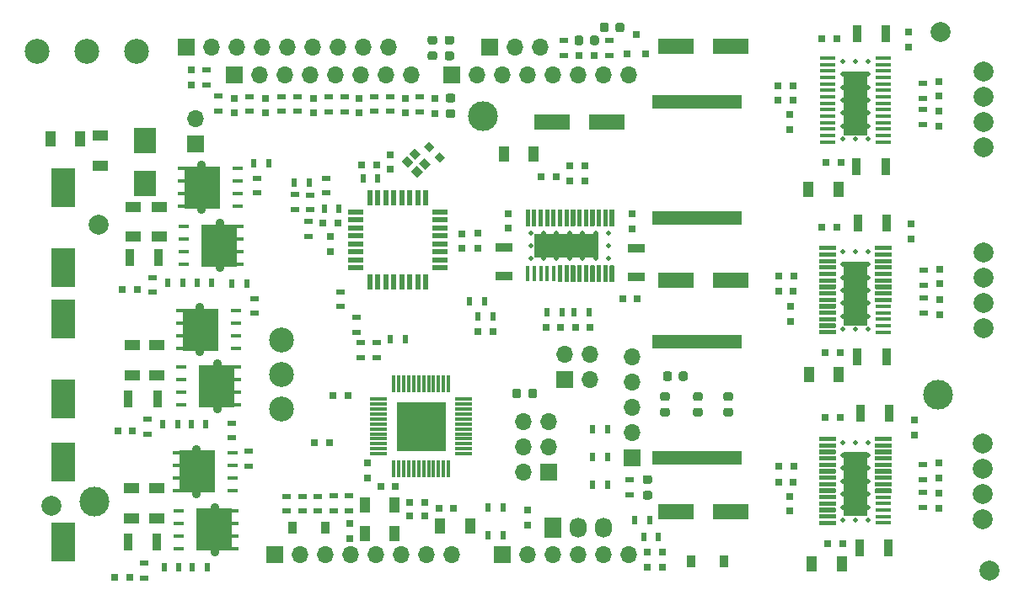
<source format=gts>
G04 #@! TF.GenerationSoftware,KiCad,Pcbnew,(5.1.9-0-10_14)*
G04 #@! TF.CreationDate,2021-05-28T13:58:57-04:00*
G04 #@! TF.ProjectId,GrBLDC,4772424c-4443-42e6-9b69-6361645f7063,rev?*
G04 #@! TF.SameCoordinates,PX5a7646cPY8128a60*
G04 #@! TF.FileFunction,Soldermask,Top*
G04 #@! TF.FilePolarity,Negative*
%FSLAX46Y46*%
G04 Gerber Fmt 4.6, Leading zero omitted, Abs format (unit mm)*
G04 Created by KiCad (PCBNEW (5.1.9-0-10_14)) date 2021-05-28 13:58:57*
%MOMM*%
%LPD*%
G01*
G04 APERTURE LIST*
%ADD10C,2.000000*%
%ADD11C,0.500000*%
%ADD12R,1.600000X0.300000*%
%ADD13R,2.400000X6.460000*%
%ADD14R,0.750000X0.800000*%
%ADD15R,9.000000X1.400000*%
%ADD16R,1.600000X1.000000*%
%ADD17R,0.800000X0.750000*%
%ADD18R,1.000000X1.600000*%
%ADD19R,2.400300X4.000500*%
%ADD20R,0.500000X0.900000*%
%ADD21R,0.900000X0.500000*%
%ADD22R,0.300000X1.600000*%
%ADD23R,6.460000X2.400000*%
%ADD24C,0.889000*%
%ADD25R,1.080000X0.450000*%
%ADD26R,0.650000X0.450000*%
%ADD27R,3.540000X4.260000*%
%ADD28R,0.900000X1.700000*%
%ADD29R,3.599180X1.600200*%
%ADD30C,2.500000*%
%ADD31R,1.727200X2.032000*%
%ADD32O,1.727200X2.032000*%
%ADD33R,1.600000X0.550000*%
%ADD34R,0.550000X1.600000*%
%ADD35C,0.150000*%
%ADD36R,0.800100X0.800100*%
%ADD37R,1.700000X0.900000*%
%ADD38O,1.700000X1.700000*%
%ADD39R,1.700000X1.700000*%
%ADD40R,0.300000X1.700000*%
%ADD41R,1.700000X0.300000*%
%ADD42R,5.000000X5.000000*%
%ADD43R,0.900000X1.200000*%
%ADD44R,2.300000X2.500000*%
%ADD45C,3.000000*%
G04 APERTURE END LIST*
D10*
X99400000Y2325000D03*
X5200000Y8800000D03*
X9900000Y37050000D03*
X94500000Y56475000D03*
D11*
X84630900Y26575200D03*
X85930900Y26575200D03*
X84630900Y27875200D03*
X87230900Y27875200D03*
X85930900Y27875200D03*
X84630900Y29175200D03*
X87230900Y29175200D03*
X85930900Y29175200D03*
X87230900Y34375200D03*
X84630900Y34375200D03*
X85930900Y34375200D03*
X87230900Y33075200D03*
X84630900Y33075200D03*
X85930900Y33075200D03*
X84630900Y31775200D03*
X87230900Y31775200D03*
X85930900Y31775200D03*
X84630900Y30475200D03*
X87230900Y30475200D03*
X87230900Y26575200D03*
X85930900Y30475200D03*
G36*
G01*
X89530900Y29955200D02*
X87930900Y29955200D01*
G75*
G02*
X87860900Y30025200I0J70000D01*
G01*
X87860900Y30325200D01*
G75*
G02*
X87930900Y30395200I70000J0D01*
G01*
X89530900Y30395200D01*
G75*
G02*
X89600900Y30325200I0J-70000D01*
G01*
X89600900Y30025200D01*
G75*
G02*
X89530900Y29955200I-70000J0D01*
G01*
G37*
G36*
G01*
X89530900Y30605200D02*
X87930900Y30605200D01*
G75*
G02*
X87860900Y30675200I0J70000D01*
G01*
X87860900Y30975200D01*
G75*
G02*
X87930900Y31045200I70000J0D01*
G01*
X89530900Y31045200D01*
G75*
G02*
X89600900Y30975200I0J-70000D01*
G01*
X89600900Y30675200D01*
G75*
G02*
X89530900Y30605200I-70000J0D01*
G01*
G37*
G36*
G01*
X89530900Y31255200D02*
X87930900Y31255200D01*
G75*
G02*
X87860900Y31325200I0J70000D01*
G01*
X87860900Y31625200D01*
G75*
G02*
X87930900Y31695200I70000J0D01*
G01*
X89530900Y31695200D01*
G75*
G02*
X89600900Y31625200I0J-70000D01*
G01*
X89600900Y31325200D01*
G75*
G02*
X89530900Y31255200I-70000J0D01*
G01*
G37*
G36*
G01*
X89530900Y31905200D02*
X87930900Y31905200D01*
G75*
G02*
X87860900Y31975200I0J70000D01*
G01*
X87860900Y32275200D01*
G75*
G02*
X87930900Y32345200I70000J0D01*
G01*
X89530900Y32345200D01*
G75*
G02*
X89600900Y32275200I0J-70000D01*
G01*
X89600900Y31975200D01*
G75*
G02*
X89530900Y31905200I-70000J0D01*
G01*
G37*
G36*
G01*
X83930900Y28005200D02*
X82330900Y28005200D01*
G75*
G02*
X82260900Y28075200I0J70000D01*
G01*
X82260900Y28375200D01*
G75*
G02*
X82330900Y28445200I70000J0D01*
G01*
X83930900Y28445200D01*
G75*
G02*
X84000900Y28375200I0J-70000D01*
G01*
X84000900Y28075200D01*
G75*
G02*
X83930900Y28005200I-70000J0D01*
G01*
G37*
D12*
X88730900Y28225200D03*
X88730900Y28875200D03*
G36*
G01*
X89530900Y29305200D02*
X87930900Y29305200D01*
G75*
G02*
X87860900Y29375200I0J70000D01*
G01*
X87860900Y29675200D01*
G75*
G02*
X87930900Y29745200I70000J0D01*
G01*
X89530900Y29745200D01*
G75*
G02*
X89600900Y29675200I0J-70000D01*
G01*
X89600900Y29375200D01*
G75*
G02*
X89530900Y29305200I-70000J0D01*
G01*
G37*
G36*
G01*
X83930900Y32555200D02*
X82330900Y32555200D01*
G75*
G02*
X82260900Y32625200I0J70000D01*
G01*
X82260900Y32925200D01*
G75*
G02*
X82330900Y32995200I70000J0D01*
G01*
X83930900Y32995200D01*
G75*
G02*
X84000900Y32925200I0J-70000D01*
G01*
X84000900Y32625200D01*
G75*
G02*
X83930900Y32555200I-70000J0D01*
G01*
G37*
G36*
G01*
X83930900Y31905200D02*
X82330900Y31905200D01*
G75*
G02*
X82260900Y31975200I0J70000D01*
G01*
X82260900Y32275200D01*
G75*
G02*
X82330900Y32345200I70000J0D01*
G01*
X83930900Y32345200D01*
G75*
G02*
X84000900Y32275200I0J-70000D01*
G01*
X84000900Y31975200D01*
G75*
G02*
X83930900Y31905200I-70000J0D01*
G01*
G37*
G36*
G01*
X83930900Y31255200D02*
X82330900Y31255200D01*
G75*
G02*
X82260900Y31325200I0J70000D01*
G01*
X82260900Y31625200D01*
G75*
G02*
X82330900Y31695200I70000J0D01*
G01*
X83930900Y31695200D01*
G75*
G02*
X84000900Y31625200I0J-70000D01*
G01*
X84000900Y31325200D01*
G75*
G02*
X83930900Y31255200I-70000J0D01*
G01*
G37*
G36*
G01*
X83930900Y30605200D02*
X82330900Y30605200D01*
G75*
G02*
X82260900Y30675200I0J70000D01*
G01*
X82260900Y30975200D01*
G75*
G02*
X82330900Y31045200I70000J0D01*
G01*
X83930900Y31045200D01*
G75*
G02*
X84000900Y30975200I0J-70000D01*
G01*
X84000900Y30675200D01*
G75*
G02*
X83930900Y30605200I-70000J0D01*
G01*
G37*
G36*
G01*
X83930900Y29955200D02*
X82330900Y29955200D01*
G75*
G02*
X82260900Y30025200I0J70000D01*
G01*
X82260900Y30325200D01*
G75*
G02*
X82330900Y30395200I70000J0D01*
G01*
X83930900Y30395200D01*
G75*
G02*
X84000900Y30325200I0J-70000D01*
G01*
X84000900Y30025200D01*
G75*
G02*
X83930900Y29955200I-70000J0D01*
G01*
G37*
G36*
G01*
X83930900Y29305200D02*
X82330900Y29305200D01*
G75*
G02*
X82260900Y29375200I0J70000D01*
G01*
X82260900Y29675200D01*
G75*
G02*
X82330900Y29745200I70000J0D01*
G01*
X83930900Y29745200D01*
G75*
G02*
X84000900Y29675200I0J-70000D01*
G01*
X84000900Y29375200D01*
G75*
G02*
X83930900Y29305200I-70000J0D01*
G01*
G37*
G36*
G01*
X89530900Y32555200D02*
X87930900Y32555200D01*
G75*
G02*
X87860900Y32625200I0J70000D01*
G01*
X87860900Y32925200D01*
G75*
G02*
X87930900Y32995200I70000J0D01*
G01*
X89530900Y32995200D01*
G75*
G02*
X89600900Y32925200I0J-70000D01*
G01*
X89600900Y32625200D01*
G75*
G02*
X89530900Y32555200I-70000J0D01*
G01*
G37*
G36*
G01*
X83930900Y28655200D02*
X82330900Y28655200D01*
G75*
G02*
X82260900Y28725200I0J70000D01*
G01*
X82260900Y29025200D01*
G75*
G02*
X82330900Y29095200I70000J0D01*
G01*
X83930900Y29095200D01*
G75*
G02*
X84000900Y29025200I0J-70000D01*
G01*
X84000900Y28725200D01*
G75*
G02*
X83930900Y28655200I-70000J0D01*
G01*
G37*
X88730900Y27575200D03*
G36*
G01*
X89530900Y33205200D02*
X87930900Y33205200D01*
G75*
G02*
X87860900Y33275200I0J70000D01*
G01*
X87860900Y33575200D01*
G75*
G02*
X87930900Y33645200I70000J0D01*
G01*
X89530900Y33645200D01*
G75*
G02*
X89600900Y33575200I0J-70000D01*
G01*
X89600900Y33275200D01*
G75*
G02*
X89530900Y33205200I-70000J0D01*
G01*
G37*
G36*
G01*
X83930900Y33205200D02*
X82330900Y33205200D01*
G75*
G02*
X82260900Y33275200I0J70000D01*
G01*
X82260900Y33575200D01*
G75*
G02*
X82330900Y33645200I70000J0D01*
G01*
X83930900Y33645200D01*
G75*
G02*
X84000900Y33575200I0J-70000D01*
G01*
X84000900Y33275200D01*
G75*
G02*
X83930900Y33205200I-70000J0D01*
G01*
G37*
G36*
G01*
X83930900Y27355200D02*
X82330900Y27355200D01*
G75*
G02*
X82260900Y27425200I0J70000D01*
G01*
X82260900Y27725200D01*
G75*
G02*
X82330900Y27795200I70000J0D01*
G01*
X83930900Y27795200D01*
G75*
G02*
X84000900Y27725200I0J-70000D01*
G01*
X84000900Y27425200D01*
G75*
G02*
X83930900Y27355200I-70000J0D01*
G01*
G37*
X88730900Y26925200D03*
G36*
G01*
X89530900Y33855200D02*
X87930900Y33855200D01*
G75*
G02*
X87860900Y33925200I0J70000D01*
G01*
X87860900Y34225200D01*
G75*
G02*
X87930900Y34295200I70000J0D01*
G01*
X89530900Y34295200D01*
G75*
G02*
X89600900Y34225200I0J-70000D01*
G01*
X89600900Y33925200D01*
G75*
G02*
X89530900Y33855200I-70000J0D01*
G01*
G37*
G36*
G01*
X83930900Y33855200D02*
X82330900Y33855200D01*
G75*
G02*
X82260900Y33925200I0J70000D01*
G01*
X82260900Y34225200D01*
G75*
G02*
X82330900Y34295200I70000J0D01*
G01*
X83930900Y34295200D01*
G75*
G02*
X84000900Y34225200I0J-70000D01*
G01*
X84000900Y33925200D01*
G75*
G02*
X83930900Y33855200I-70000J0D01*
G01*
G37*
G36*
G01*
X83930900Y26705200D02*
X82330900Y26705200D01*
G75*
G02*
X82260900Y26775200I0J70000D01*
G01*
X82260900Y27075200D01*
G75*
G02*
X82330900Y27145200I70000J0D01*
G01*
X83930900Y27145200D01*
G75*
G02*
X84000900Y27075200I0J-70000D01*
G01*
X84000900Y26775200D01*
G75*
G02*
X83930900Y26705200I-70000J0D01*
G01*
G37*
X88730900Y26275200D03*
G36*
G01*
X89530900Y34505200D02*
X87930900Y34505200D01*
G75*
G02*
X87860900Y34575200I0J70000D01*
G01*
X87860900Y34875200D01*
G75*
G02*
X87930900Y34945200I70000J0D01*
G01*
X89530900Y34945200D01*
G75*
G02*
X89600900Y34875200I0J-70000D01*
G01*
X89600900Y34575200D01*
G75*
G02*
X89530900Y34505200I-70000J0D01*
G01*
G37*
G36*
G01*
X83930900Y34505200D02*
X82330900Y34505200D01*
G75*
G02*
X82260900Y34575200I0J70000D01*
G01*
X82260900Y34875200D01*
G75*
G02*
X82330900Y34945200I70000J0D01*
G01*
X83930900Y34945200D01*
G75*
G02*
X84000900Y34875200I0J-70000D01*
G01*
X84000900Y34575200D01*
G75*
G02*
X83930900Y34505200I-70000J0D01*
G01*
G37*
G36*
G01*
X83930900Y26055200D02*
X82330900Y26055200D01*
G75*
G02*
X82260900Y26125200I0J70000D01*
G01*
X82260900Y26425200D01*
G75*
G02*
X82330900Y26495200I70000J0D01*
G01*
X83930900Y26495200D01*
G75*
G02*
X84000900Y26425200I0J-70000D01*
G01*
X84000900Y26125200D01*
G75*
G02*
X83930900Y26055200I-70000J0D01*
G01*
G37*
D13*
X85930900Y30175200D03*
D14*
X43688000Y49797400D03*
X43688000Y48297400D03*
D15*
X69976500Y25349500D03*
X69976500Y13639500D03*
D14*
X53030000Y8360000D03*
X53030000Y6860000D03*
G36*
G01*
X73408250Y19355500D02*
X72895750Y19355500D01*
G75*
G02*
X72677000Y19574250I0J218750D01*
G01*
X72677000Y20011750D01*
G75*
G02*
X72895750Y20230500I218750J0D01*
G01*
X73408250Y20230500D01*
G75*
G02*
X73627000Y20011750I0J-218750D01*
G01*
X73627000Y19574250D01*
G75*
G02*
X73408250Y19355500I-218750J0D01*
G01*
G37*
G36*
G01*
X73408250Y17780500D02*
X72895750Y17780500D01*
G75*
G02*
X72677000Y17999250I0J218750D01*
G01*
X72677000Y18436750D01*
G75*
G02*
X72895750Y18655500I218750J0D01*
G01*
X73408250Y18655500D01*
G75*
G02*
X73627000Y18436750I0J-218750D01*
G01*
X73627000Y17999250D01*
G75*
G02*
X73408250Y17780500I-218750J0D01*
G01*
G37*
G36*
G01*
X70360250Y19348000D02*
X69847750Y19348000D01*
G75*
G02*
X69629000Y19566750I0J218750D01*
G01*
X69629000Y20004250D01*
G75*
G02*
X69847750Y20223000I218750J0D01*
G01*
X70360250Y20223000D01*
G75*
G02*
X70579000Y20004250I0J-218750D01*
G01*
X70579000Y19566750D01*
G75*
G02*
X70360250Y19348000I-218750J0D01*
G01*
G37*
G36*
G01*
X70360250Y17773000D02*
X69847750Y17773000D01*
G75*
G02*
X69629000Y17991750I0J218750D01*
G01*
X69629000Y18429250D01*
G75*
G02*
X69847750Y18648000I218750J0D01*
G01*
X70360250Y18648000D01*
G75*
G02*
X70579000Y18429250I0J-218750D01*
G01*
X70579000Y17991750D01*
G75*
G02*
X70360250Y17773000I-218750J0D01*
G01*
G37*
G36*
G01*
X67058250Y17780500D02*
X66545750Y17780500D01*
G75*
G02*
X66327000Y17999250I0J218750D01*
G01*
X66327000Y18436750D01*
G75*
G02*
X66545750Y18655500I218750J0D01*
G01*
X67058250Y18655500D01*
G75*
G02*
X67277000Y18436750I0J-218750D01*
G01*
X67277000Y17999250D01*
G75*
G02*
X67058250Y17780500I-218750J0D01*
G01*
G37*
G36*
G01*
X67058250Y19355500D02*
X66545750Y19355500D01*
G75*
G02*
X66327000Y19574250I0J218750D01*
G01*
X66327000Y20011750D01*
G75*
G02*
X66545750Y20230500I218750J0D01*
G01*
X67058250Y20230500D01*
G75*
G02*
X67277000Y20011750I0J-218750D01*
G01*
X67277000Y19574250D01*
G75*
G02*
X67058250Y19355500I-218750J0D01*
G01*
G37*
X35110000Y5540000D03*
X35110000Y7040000D03*
D16*
X13271500Y24969600D03*
X13271500Y21969600D03*
D17*
X41160000Y7747000D03*
X42660000Y7747000D03*
X49500000Y26340000D03*
X48000000Y26340000D03*
D14*
X91300300Y54952200D03*
X91300300Y56452200D03*
X91528900Y35660900D03*
X91528900Y37160900D03*
X91871800Y15912400D03*
X91871800Y17412400D03*
D17*
X62539180Y29654500D03*
X64039180Y29654500D03*
D14*
X94315280Y46999460D03*
X94315280Y48499460D03*
X94404180Y28053600D03*
X94404180Y29553600D03*
X94338140Y8541320D03*
X94338140Y10041320D03*
D17*
X54830280Y26771600D03*
X56330280Y26771600D03*
D14*
X94315280Y51496660D03*
X94315280Y49996660D03*
X94378780Y32627000D03*
X94378780Y31127000D03*
X94338140Y13102020D03*
X94338140Y11602020D03*
D17*
X59302080Y26771600D03*
X57802080Y26771600D03*
X79629700Y51041300D03*
X78129700Y51041300D03*
X79713520Y31884620D03*
X78213520Y31884620D03*
X79721140Y12786360D03*
X78221140Y12786360D03*
D14*
X58717180Y41477500D03*
X58717180Y42977500D03*
D17*
X79642400Y49618900D03*
X78142400Y49618900D03*
D14*
X79324200Y48184500D03*
X79324200Y46684500D03*
D17*
X79700820Y30360620D03*
X78200820Y30360620D03*
D14*
X79395320Y28850020D03*
X79395320Y27350020D03*
D17*
X79708440Y11198860D03*
X78208440Y11198860D03*
D14*
X79291180Y9767000D03*
X79291180Y8267000D03*
X57269380Y41477500D03*
X57269380Y42977500D03*
D17*
X55885780Y41871900D03*
X54385780Y41871900D03*
X82536600Y55778400D03*
X84036600Y55778400D03*
X82920140Y24218900D03*
X84420140Y24218900D03*
X82892200Y17716500D03*
X84392200Y17716500D03*
D14*
X51033680Y38215000D03*
X51033680Y36715000D03*
X36080700Y49810100D03*
X36080700Y48310100D03*
X26631900Y49822800D03*
X26631900Y48322800D03*
X40690800Y49822800D03*
X40690800Y48322800D03*
X31450000Y49820000D03*
X31450000Y48320000D03*
X23558500Y48322800D03*
X23558500Y49822800D03*
D17*
X82574700Y36804600D03*
X84074700Y36804600D03*
X83146200Y5016500D03*
X84646200Y5016500D03*
D14*
X63466980Y38176900D03*
X63466980Y36676900D03*
D17*
X39741540Y10749280D03*
X38241540Y10749280D03*
D18*
X39638100Y8859520D03*
X36638100Y8859520D03*
D14*
X36890000Y13120000D03*
X36890000Y11620000D03*
D17*
X33430000Y19930000D03*
X34930000Y19930000D03*
X33070000Y15150000D03*
X31570000Y15150000D03*
D14*
X65020000Y2620000D03*
X65020000Y4120000D03*
D18*
X36640000Y6050000D03*
X39640000Y6050000D03*
D14*
X66560000Y2630000D03*
X66560000Y4130000D03*
D19*
X6310000Y40800500D03*
X6310000Y32799500D03*
D18*
X81258280Y21996400D03*
X84258280Y21996400D03*
D16*
X15760700Y24969600D03*
X15760700Y21969600D03*
X13220700Y10542400D03*
X13220700Y7542400D03*
D19*
X6311900Y27571700D03*
X6311900Y19570700D03*
D16*
X16000000Y38900000D03*
X16000000Y35900000D03*
X13373100Y38900000D03*
X13373100Y35900000D03*
D19*
X6311900Y13195300D03*
X6311900Y5194300D03*
D18*
X50587780Y44234100D03*
X53587780Y44234100D03*
D16*
X15760700Y10542400D03*
X15760700Y7542400D03*
D17*
X82968400Y43370500D03*
X84468400Y43370500D03*
X59678000Y54102000D03*
X58178000Y54102000D03*
X41160000Y9144000D03*
X42660000Y9144000D03*
D20*
X47140000Y29390000D03*
X48640000Y29390000D03*
X49510000Y27850000D03*
X48010000Y27850000D03*
D21*
X92692220Y47141700D03*
X92692220Y48641700D03*
X92753180Y28180600D03*
X92753180Y29680600D03*
X92710000Y8655620D03*
X92710000Y10155620D03*
D20*
X54976330Y28301950D03*
X56476330Y28301950D03*
D21*
X92692220Y51296000D03*
X92692220Y49796000D03*
X92765880Y32474600D03*
X92765880Y30974600D03*
X92710000Y12959780D03*
X92710000Y11459780D03*
D20*
X59136980Y28282900D03*
X57636980Y28282900D03*
D21*
X61214000Y54114000D03*
X61214000Y55614000D03*
X56642000Y55614000D03*
X56642000Y54114000D03*
X32994600Y48437100D03*
X32994600Y49937100D03*
X42202100Y48449800D03*
X42202100Y49949800D03*
X34607500Y48449800D03*
X34607500Y49949800D03*
X25082500Y48475200D03*
X25082500Y49975200D03*
D20*
X61020000Y16520000D03*
X59520000Y16520000D03*
D21*
X39179500Y49975200D03*
X39179500Y48475200D03*
X29883100Y49975200D03*
X29883100Y48475200D03*
X21932900Y50000600D03*
X21932900Y48500600D03*
D20*
X61032000Y13726000D03*
X59532000Y13726000D03*
X61044000Y10932000D03*
X59544000Y10932000D03*
D21*
X37579300Y49975200D03*
X37579300Y48475200D03*
X28257500Y49975200D03*
X28257500Y48475200D03*
X20700000Y51130000D03*
X20700000Y52630000D03*
X23253700Y17133000D03*
X23253700Y15633000D03*
X25010000Y12800000D03*
X25010000Y14300000D03*
D20*
X20828700Y2641600D03*
X19328700Y2641600D03*
X64640000Y5660000D03*
X66140000Y5660000D03*
X17983900Y2641600D03*
X16483900Y2641600D03*
X23316500Y31191200D03*
X24816500Y31191200D03*
D21*
X25539700Y28155200D03*
X25539700Y29655200D03*
D20*
X20676300Y17018000D03*
X19176300Y17018000D03*
X21285900Y31242000D03*
X19785900Y31242000D03*
X27013600Y43294300D03*
X25513600Y43294300D03*
D21*
X25793700Y40258300D03*
X25793700Y41758300D03*
D20*
X17831500Y17018000D03*
X16331500Y17018000D03*
X18339500Y31242000D03*
X16839500Y31242000D03*
X65290000Y7340000D03*
X63790000Y7340000D03*
D21*
X63246000Y9930000D03*
X63246000Y11430000D03*
D11*
X84628200Y45701400D03*
X85928200Y45701400D03*
X84628200Y47001400D03*
X87228200Y47001400D03*
X85928200Y47001400D03*
X84628200Y48301400D03*
X87228200Y48301400D03*
X85928200Y48301400D03*
X87228200Y53501400D03*
X84628200Y53501400D03*
X85928200Y53501400D03*
X87228200Y52201400D03*
X84628200Y52201400D03*
X85928200Y52201400D03*
X84628200Y50901400D03*
X87228200Y50901400D03*
X85928200Y50901400D03*
X84628200Y49601400D03*
X87228200Y49601400D03*
X87228200Y45701400D03*
X85928200Y49601400D03*
D12*
X88728200Y49301400D03*
X88728200Y49951400D03*
X88728200Y50601400D03*
X88728200Y51251400D03*
X83128200Y47351400D03*
X88728200Y47351400D03*
X88728200Y48001400D03*
X88728200Y48651400D03*
X83128200Y51901400D03*
X83128200Y51251400D03*
X83128200Y50601400D03*
X83128200Y49951400D03*
X83128200Y49301400D03*
X83128200Y48651400D03*
X88728200Y51901400D03*
X83128200Y48001400D03*
X88728200Y46701400D03*
X88728200Y52551400D03*
X83128200Y52551400D03*
X83128200Y46701400D03*
X88728200Y46051400D03*
X88728200Y53201400D03*
X83128200Y53201400D03*
X83128200Y46051400D03*
X88728200Y45401400D03*
X88728200Y53851400D03*
X83128200Y53851400D03*
X83128200Y45401400D03*
D13*
X85928200Y49301400D03*
D11*
X84625800Y7372800D03*
X85925800Y7372800D03*
X84625800Y8672800D03*
X87225800Y8672800D03*
X85925800Y8672800D03*
X84625800Y9972800D03*
X87225800Y9972800D03*
X85925800Y9972800D03*
X87225800Y15172800D03*
X84625800Y15172800D03*
X85925800Y15172800D03*
X87225800Y13872800D03*
X84625800Y13872800D03*
X85925800Y13872800D03*
X84625800Y12572800D03*
X87225800Y12572800D03*
X85925800Y12572800D03*
X84625800Y11272800D03*
X87225800Y11272800D03*
X87225800Y7372800D03*
X85925800Y11272800D03*
G36*
G01*
X89525800Y10752800D02*
X87925800Y10752800D01*
G75*
G02*
X87855800Y10822800I0J70000D01*
G01*
X87855800Y11122800D01*
G75*
G02*
X87925800Y11192800I70000J0D01*
G01*
X89525800Y11192800D01*
G75*
G02*
X89595800Y11122800I0J-70000D01*
G01*
X89595800Y10822800D01*
G75*
G02*
X89525800Y10752800I-70000J0D01*
G01*
G37*
G36*
G01*
X89525800Y11402800D02*
X87925800Y11402800D01*
G75*
G02*
X87855800Y11472800I0J70000D01*
G01*
X87855800Y11772800D01*
G75*
G02*
X87925800Y11842800I70000J0D01*
G01*
X89525800Y11842800D01*
G75*
G02*
X89595800Y11772800I0J-70000D01*
G01*
X89595800Y11472800D01*
G75*
G02*
X89525800Y11402800I-70000J0D01*
G01*
G37*
G36*
G01*
X89525800Y12052800D02*
X87925800Y12052800D01*
G75*
G02*
X87855800Y12122800I0J70000D01*
G01*
X87855800Y12422800D01*
G75*
G02*
X87925800Y12492800I70000J0D01*
G01*
X89525800Y12492800D01*
G75*
G02*
X89595800Y12422800I0J-70000D01*
G01*
X89595800Y12122800D01*
G75*
G02*
X89525800Y12052800I-70000J0D01*
G01*
G37*
G36*
G01*
X89525800Y12702800D02*
X87925800Y12702800D01*
G75*
G02*
X87855800Y12772800I0J70000D01*
G01*
X87855800Y13072800D01*
G75*
G02*
X87925800Y13142800I70000J0D01*
G01*
X89525800Y13142800D01*
G75*
G02*
X89595800Y13072800I0J-70000D01*
G01*
X89595800Y12772800D01*
G75*
G02*
X89525800Y12702800I-70000J0D01*
G01*
G37*
G36*
G01*
X83925800Y8802800D02*
X82325800Y8802800D01*
G75*
G02*
X82255800Y8872800I0J70000D01*
G01*
X82255800Y9172800D01*
G75*
G02*
X82325800Y9242800I70000J0D01*
G01*
X83925800Y9242800D01*
G75*
G02*
X83995800Y9172800I0J-70000D01*
G01*
X83995800Y8872800D01*
G75*
G02*
X83925800Y8802800I-70000J0D01*
G01*
G37*
D12*
X88725800Y9022800D03*
X88725800Y9672800D03*
G36*
G01*
X89525800Y10102800D02*
X87925800Y10102800D01*
G75*
G02*
X87855800Y10172800I0J70000D01*
G01*
X87855800Y10472800D01*
G75*
G02*
X87925800Y10542800I70000J0D01*
G01*
X89525800Y10542800D01*
G75*
G02*
X89595800Y10472800I0J-70000D01*
G01*
X89595800Y10172800D01*
G75*
G02*
X89525800Y10102800I-70000J0D01*
G01*
G37*
G36*
G01*
X83925800Y13352800D02*
X82325800Y13352800D01*
G75*
G02*
X82255800Y13422800I0J70000D01*
G01*
X82255800Y13722800D01*
G75*
G02*
X82325800Y13792800I70000J0D01*
G01*
X83925800Y13792800D01*
G75*
G02*
X83995800Y13722800I0J-70000D01*
G01*
X83995800Y13422800D01*
G75*
G02*
X83925800Y13352800I-70000J0D01*
G01*
G37*
G36*
G01*
X83925800Y12702800D02*
X82325800Y12702800D01*
G75*
G02*
X82255800Y12772800I0J70000D01*
G01*
X82255800Y13072800D01*
G75*
G02*
X82325800Y13142800I70000J0D01*
G01*
X83925800Y13142800D01*
G75*
G02*
X83995800Y13072800I0J-70000D01*
G01*
X83995800Y12772800D01*
G75*
G02*
X83925800Y12702800I-70000J0D01*
G01*
G37*
G36*
G01*
X83925800Y12052800D02*
X82325800Y12052800D01*
G75*
G02*
X82255800Y12122800I0J70000D01*
G01*
X82255800Y12422800D01*
G75*
G02*
X82325800Y12492800I70000J0D01*
G01*
X83925800Y12492800D01*
G75*
G02*
X83995800Y12422800I0J-70000D01*
G01*
X83995800Y12122800D01*
G75*
G02*
X83925800Y12052800I-70000J0D01*
G01*
G37*
G36*
G01*
X83925800Y11402800D02*
X82325800Y11402800D01*
G75*
G02*
X82255800Y11472800I0J70000D01*
G01*
X82255800Y11772800D01*
G75*
G02*
X82325800Y11842800I70000J0D01*
G01*
X83925800Y11842800D01*
G75*
G02*
X83995800Y11772800I0J-70000D01*
G01*
X83995800Y11472800D01*
G75*
G02*
X83925800Y11402800I-70000J0D01*
G01*
G37*
G36*
G01*
X83925800Y10752800D02*
X82325800Y10752800D01*
G75*
G02*
X82255800Y10822800I0J70000D01*
G01*
X82255800Y11122800D01*
G75*
G02*
X82325800Y11192800I70000J0D01*
G01*
X83925800Y11192800D01*
G75*
G02*
X83995800Y11122800I0J-70000D01*
G01*
X83995800Y10822800D01*
G75*
G02*
X83925800Y10752800I-70000J0D01*
G01*
G37*
G36*
G01*
X83925800Y10102800D02*
X82325800Y10102800D01*
G75*
G02*
X82255800Y10172800I0J70000D01*
G01*
X82255800Y10472800D01*
G75*
G02*
X82325800Y10542800I70000J0D01*
G01*
X83925800Y10542800D01*
G75*
G02*
X83995800Y10472800I0J-70000D01*
G01*
X83995800Y10172800D01*
G75*
G02*
X83925800Y10102800I-70000J0D01*
G01*
G37*
G36*
G01*
X89525800Y13352800D02*
X87925800Y13352800D01*
G75*
G02*
X87855800Y13422800I0J70000D01*
G01*
X87855800Y13722800D01*
G75*
G02*
X87925800Y13792800I70000J0D01*
G01*
X89525800Y13792800D01*
G75*
G02*
X89595800Y13722800I0J-70000D01*
G01*
X89595800Y13422800D01*
G75*
G02*
X89525800Y13352800I-70000J0D01*
G01*
G37*
G36*
G01*
X83925800Y9452800D02*
X82325800Y9452800D01*
G75*
G02*
X82255800Y9522800I0J70000D01*
G01*
X82255800Y9822800D01*
G75*
G02*
X82325800Y9892800I70000J0D01*
G01*
X83925800Y9892800D01*
G75*
G02*
X83995800Y9822800I0J-70000D01*
G01*
X83995800Y9522800D01*
G75*
G02*
X83925800Y9452800I-70000J0D01*
G01*
G37*
X88725800Y8372800D03*
G36*
G01*
X89525800Y14002800D02*
X87925800Y14002800D01*
G75*
G02*
X87855800Y14072800I0J70000D01*
G01*
X87855800Y14372800D01*
G75*
G02*
X87925800Y14442800I70000J0D01*
G01*
X89525800Y14442800D01*
G75*
G02*
X89595800Y14372800I0J-70000D01*
G01*
X89595800Y14072800D01*
G75*
G02*
X89525800Y14002800I-70000J0D01*
G01*
G37*
G36*
G01*
X83925800Y14002800D02*
X82325800Y14002800D01*
G75*
G02*
X82255800Y14072800I0J70000D01*
G01*
X82255800Y14372800D01*
G75*
G02*
X82325800Y14442800I70000J0D01*
G01*
X83925800Y14442800D01*
G75*
G02*
X83995800Y14372800I0J-70000D01*
G01*
X83995800Y14072800D01*
G75*
G02*
X83925800Y14002800I-70000J0D01*
G01*
G37*
G36*
G01*
X83925800Y8152800D02*
X82325800Y8152800D01*
G75*
G02*
X82255800Y8222800I0J70000D01*
G01*
X82255800Y8522800D01*
G75*
G02*
X82325800Y8592800I70000J0D01*
G01*
X83925800Y8592800D01*
G75*
G02*
X83995800Y8522800I0J-70000D01*
G01*
X83995800Y8222800D01*
G75*
G02*
X83925800Y8152800I-70000J0D01*
G01*
G37*
X88725800Y7722800D03*
G36*
G01*
X89525800Y14652800D02*
X87925800Y14652800D01*
G75*
G02*
X87855800Y14722800I0J70000D01*
G01*
X87855800Y15022800D01*
G75*
G02*
X87925800Y15092800I70000J0D01*
G01*
X89525800Y15092800D01*
G75*
G02*
X89595800Y15022800I0J-70000D01*
G01*
X89595800Y14722800D01*
G75*
G02*
X89525800Y14652800I-70000J0D01*
G01*
G37*
G36*
G01*
X83925800Y14652800D02*
X82325800Y14652800D01*
G75*
G02*
X82255800Y14722800I0J70000D01*
G01*
X82255800Y15022800D01*
G75*
G02*
X82325800Y15092800I70000J0D01*
G01*
X83925800Y15092800D01*
G75*
G02*
X83995800Y15022800I0J-70000D01*
G01*
X83995800Y14722800D01*
G75*
G02*
X83925800Y14652800I-70000J0D01*
G01*
G37*
G36*
G01*
X83925800Y7502800D02*
X82325800Y7502800D01*
G75*
G02*
X82255800Y7572800I0J70000D01*
G01*
X82255800Y7872800D01*
G75*
G02*
X82325800Y7942800I70000J0D01*
G01*
X83925800Y7942800D01*
G75*
G02*
X83995800Y7872800I0J-70000D01*
G01*
X83995800Y7572800D01*
G75*
G02*
X83925800Y7502800I-70000J0D01*
G01*
G37*
X88725800Y7072800D03*
G36*
G01*
X89525800Y15302800D02*
X87925800Y15302800D01*
G75*
G02*
X87855800Y15372800I0J70000D01*
G01*
X87855800Y15672800D01*
G75*
G02*
X87925800Y15742800I70000J0D01*
G01*
X89525800Y15742800D01*
G75*
G02*
X89595800Y15672800I0J-70000D01*
G01*
X89595800Y15372800D01*
G75*
G02*
X89525800Y15302800I-70000J0D01*
G01*
G37*
G36*
G01*
X83925800Y15302800D02*
X82325800Y15302800D01*
G75*
G02*
X82255800Y15372800I0J70000D01*
G01*
X82255800Y15672800D01*
G75*
G02*
X82325800Y15742800I70000J0D01*
G01*
X83925800Y15742800D01*
G75*
G02*
X83995800Y15672800I0J-70000D01*
G01*
X83995800Y15372800D01*
G75*
G02*
X83925800Y15302800I-70000J0D01*
G01*
G37*
G36*
G01*
X83925800Y6852800D02*
X82325800Y6852800D01*
G75*
G02*
X82255800Y6922800I0J70000D01*
G01*
X82255800Y7222800D01*
G75*
G02*
X82325800Y7292800I70000J0D01*
G01*
X83925800Y7292800D01*
G75*
G02*
X83995800Y7222800I0J-70000D01*
G01*
X83995800Y6922800D01*
G75*
G02*
X83925800Y6852800I-70000J0D01*
G01*
G37*
D13*
X85925800Y10972800D03*
D11*
X53313780Y36263100D03*
X53313780Y34963100D03*
X54613780Y36263100D03*
X54613780Y33663100D03*
X54613780Y34963100D03*
X55913780Y36263100D03*
X55913780Y33663100D03*
X55913780Y34963100D03*
X61113780Y33663100D03*
X61113780Y36263100D03*
X61113780Y34963100D03*
X59813780Y33663100D03*
X59813780Y36263100D03*
X59813780Y34963100D03*
X58513780Y36263100D03*
X58513780Y33663100D03*
X58513780Y34963100D03*
X57213780Y36263100D03*
X57213780Y33663100D03*
X53313780Y33663100D03*
X57213780Y34963100D03*
G36*
G01*
X56693780Y31363100D02*
X56693780Y32963100D01*
G75*
G02*
X56763780Y33033100I70000J0D01*
G01*
X57063780Y33033100D01*
G75*
G02*
X57133780Y32963100I0J-70000D01*
G01*
X57133780Y31363100D01*
G75*
G02*
X57063780Y31293100I-70000J0D01*
G01*
X56763780Y31293100D01*
G75*
G02*
X56693780Y31363100I0J70000D01*
G01*
G37*
G36*
G01*
X57343780Y31363100D02*
X57343780Y32963100D01*
G75*
G02*
X57413780Y33033100I70000J0D01*
G01*
X57713780Y33033100D01*
G75*
G02*
X57783780Y32963100I0J-70000D01*
G01*
X57783780Y31363100D01*
G75*
G02*
X57713780Y31293100I-70000J0D01*
G01*
X57413780Y31293100D01*
G75*
G02*
X57343780Y31363100I0J70000D01*
G01*
G37*
G36*
G01*
X57993780Y31363100D02*
X57993780Y32963100D01*
G75*
G02*
X58063780Y33033100I70000J0D01*
G01*
X58363780Y33033100D01*
G75*
G02*
X58433780Y32963100I0J-70000D01*
G01*
X58433780Y31363100D01*
G75*
G02*
X58363780Y31293100I-70000J0D01*
G01*
X58063780Y31293100D01*
G75*
G02*
X57993780Y31363100I0J70000D01*
G01*
G37*
G36*
G01*
X58643780Y31363100D02*
X58643780Y32963100D01*
G75*
G02*
X58713780Y33033100I70000J0D01*
G01*
X59013780Y33033100D01*
G75*
G02*
X59083780Y32963100I0J-70000D01*
G01*
X59083780Y31363100D01*
G75*
G02*
X59013780Y31293100I-70000J0D01*
G01*
X58713780Y31293100D01*
G75*
G02*
X58643780Y31363100I0J70000D01*
G01*
G37*
G36*
G01*
X54743780Y36963100D02*
X54743780Y38563100D01*
G75*
G02*
X54813780Y38633100I70000J0D01*
G01*
X55113780Y38633100D01*
G75*
G02*
X55183780Y38563100I0J-70000D01*
G01*
X55183780Y36963100D01*
G75*
G02*
X55113780Y36893100I-70000J0D01*
G01*
X54813780Y36893100D01*
G75*
G02*
X54743780Y36963100I0J70000D01*
G01*
G37*
D22*
X54963780Y32163100D03*
X55613780Y32163100D03*
G36*
G01*
X56043780Y31363100D02*
X56043780Y32963100D01*
G75*
G02*
X56113780Y33033100I70000J0D01*
G01*
X56413780Y33033100D01*
G75*
G02*
X56483780Y32963100I0J-70000D01*
G01*
X56483780Y31363100D01*
G75*
G02*
X56413780Y31293100I-70000J0D01*
G01*
X56113780Y31293100D01*
G75*
G02*
X56043780Y31363100I0J70000D01*
G01*
G37*
G36*
G01*
X59293780Y36963100D02*
X59293780Y38563100D01*
G75*
G02*
X59363780Y38633100I70000J0D01*
G01*
X59663780Y38633100D01*
G75*
G02*
X59733780Y38563100I0J-70000D01*
G01*
X59733780Y36963100D01*
G75*
G02*
X59663780Y36893100I-70000J0D01*
G01*
X59363780Y36893100D01*
G75*
G02*
X59293780Y36963100I0J70000D01*
G01*
G37*
G36*
G01*
X58643780Y36963100D02*
X58643780Y38563100D01*
G75*
G02*
X58713780Y38633100I70000J0D01*
G01*
X59013780Y38633100D01*
G75*
G02*
X59083780Y38563100I0J-70000D01*
G01*
X59083780Y36963100D01*
G75*
G02*
X59013780Y36893100I-70000J0D01*
G01*
X58713780Y36893100D01*
G75*
G02*
X58643780Y36963100I0J70000D01*
G01*
G37*
G36*
G01*
X57993780Y36963100D02*
X57993780Y38563100D01*
G75*
G02*
X58063780Y38633100I70000J0D01*
G01*
X58363780Y38633100D01*
G75*
G02*
X58433780Y38563100I0J-70000D01*
G01*
X58433780Y36963100D01*
G75*
G02*
X58363780Y36893100I-70000J0D01*
G01*
X58063780Y36893100D01*
G75*
G02*
X57993780Y36963100I0J70000D01*
G01*
G37*
G36*
G01*
X57343780Y36963100D02*
X57343780Y38563100D01*
G75*
G02*
X57413780Y38633100I70000J0D01*
G01*
X57713780Y38633100D01*
G75*
G02*
X57783780Y38563100I0J-70000D01*
G01*
X57783780Y36963100D01*
G75*
G02*
X57713780Y36893100I-70000J0D01*
G01*
X57413780Y36893100D01*
G75*
G02*
X57343780Y36963100I0J70000D01*
G01*
G37*
G36*
G01*
X56693780Y36963100D02*
X56693780Y38563100D01*
G75*
G02*
X56763780Y38633100I70000J0D01*
G01*
X57063780Y38633100D01*
G75*
G02*
X57133780Y38563100I0J-70000D01*
G01*
X57133780Y36963100D01*
G75*
G02*
X57063780Y36893100I-70000J0D01*
G01*
X56763780Y36893100D01*
G75*
G02*
X56693780Y36963100I0J70000D01*
G01*
G37*
G36*
G01*
X56043780Y36963100D02*
X56043780Y38563100D01*
G75*
G02*
X56113780Y38633100I70000J0D01*
G01*
X56413780Y38633100D01*
G75*
G02*
X56483780Y38563100I0J-70000D01*
G01*
X56483780Y36963100D01*
G75*
G02*
X56413780Y36893100I-70000J0D01*
G01*
X56113780Y36893100D01*
G75*
G02*
X56043780Y36963100I0J70000D01*
G01*
G37*
G36*
G01*
X59293780Y31363100D02*
X59293780Y32963100D01*
G75*
G02*
X59363780Y33033100I70000J0D01*
G01*
X59663780Y33033100D01*
G75*
G02*
X59733780Y32963100I0J-70000D01*
G01*
X59733780Y31363100D01*
G75*
G02*
X59663780Y31293100I-70000J0D01*
G01*
X59363780Y31293100D01*
G75*
G02*
X59293780Y31363100I0J70000D01*
G01*
G37*
G36*
G01*
X55393780Y36963100D02*
X55393780Y38563100D01*
G75*
G02*
X55463780Y38633100I70000J0D01*
G01*
X55763780Y38633100D01*
G75*
G02*
X55833780Y38563100I0J-70000D01*
G01*
X55833780Y36963100D01*
G75*
G02*
X55763780Y36893100I-70000J0D01*
G01*
X55463780Y36893100D01*
G75*
G02*
X55393780Y36963100I0J70000D01*
G01*
G37*
X54313780Y32163100D03*
G36*
G01*
X59943780Y31363100D02*
X59943780Y32963100D01*
G75*
G02*
X60013780Y33033100I70000J0D01*
G01*
X60313780Y33033100D01*
G75*
G02*
X60383780Y32963100I0J-70000D01*
G01*
X60383780Y31363100D01*
G75*
G02*
X60313780Y31293100I-70000J0D01*
G01*
X60013780Y31293100D01*
G75*
G02*
X59943780Y31363100I0J70000D01*
G01*
G37*
G36*
G01*
X59943780Y36963100D02*
X59943780Y38563100D01*
G75*
G02*
X60013780Y38633100I70000J0D01*
G01*
X60313780Y38633100D01*
G75*
G02*
X60383780Y38563100I0J-70000D01*
G01*
X60383780Y36963100D01*
G75*
G02*
X60313780Y36893100I-70000J0D01*
G01*
X60013780Y36893100D01*
G75*
G02*
X59943780Y36963100I0J70000D01*
G01*
G37*
G36*
G01*
X54093780Y36963100D02*
X54093780Y38563100D01*
G75*
G02*
X54163780Y38633100I70000J0D01*
G01*
X54463780Y38633100D01*
G75*
G02*
X54533780Y38563100I0J-70000D01*
G01*
X54533780Y36963100D01*
G75*
G02*
X54463780Y36893100I-70000J0D01*
G01*
X54163780Y36893100D01*
G75*
G02*
X54093780Y36963100I0J70000D01*
G01*
G37*
X53663780Y32163100D03*
G36*
G01*
X60593780Y31363100D02*
X60593780Y32963100D01*
G75*
G02*
X60663780Y33033100I70000J0D01*
G01*
X60963780Y33033100D01*
G75*
G02*
X61033780Y32963100I0J-70000D01*
G01*
X61033780Y31363100D01*
G75*
G02*
X60963780Y31293100I-70000J0D01*
G01*
X60663780Y31293100D01*
G75*
G02*
X60593780Y31363100I0J70000D01*
G01*
G37*
G36*
G01*
X60593780Y36963100D02*
X60593780Y38563100D01*
G75*
G02*
X60663780Y38633100I70000J0D01*
G01*
X60963780Y38633100D01*
G75*
G02*
X61033780Y38563100I0J-70000D01*
G01*
X61033780Y36963100D01*
G75*
G02*
X60963780Y36893100I-70000J0D01*
G01*
X60663780Y36893100D01*
G75*
G02*
X60593780Y36963100I0J70000D01*
G01*
G37*
G36*
G01*
X53443780Y36963100D02*
X53443780Y38563100D01*
G75*
G02*
X53513780Y38633100I70000J0D01*
G01*
X53813780Y38633100D01*
G75*
G02*
X53883780Y38563100I0J-70000D01*
G01*
X53883780Y36963100D01*
G75*
G02*
X53813780Y36893100I-70000J0D01*
G01*
X53513780Y36893100D01*
G75*
G02*
X53443780Y36963100I0J70000D01*
G01*
G37*
X53013780Y32163100D03*
G36*
G01*
X61243780Y31363100D02*
X61243780Y32963100D01*
G75*
G02*
X61313780Y33033100I70000J0D01*
G01*
X61613780Y33033100D01*
G75*
G02*
X61683780Y32963100I0J-70000D01*
G01*
X61683780Y31363100D01*
G75*
G02*
X61613780Y31293100I-70000J0D01*
G01*
X61313780Y31293100D01*
G75*
G02*
X61243780Y31363100I0J70000D01*
G01*
G37*
G36*
G01*
X61243780Y36963100D02*
X61243780Y38563100D01*
G75*
G02*
X61313780Y38633100I70000J0D01*
G01*
X61613780Y38633100D01*
G75*
G02*
X61683780Y38563100I0J-70000D01*
G01*
X61683780Y36963100D01*
G75*
G02*
X61613780Y36893100I-70000J0D01*
G01*
X61313780Y36893100D01*
G75*
G02*
X61243780Y36963100I0J70000D01*
G01*
G37*
G36*
G01*
X52793780Y36963100D02*
X52793780Y38563100D01*
G75*
G02*
X52863780Y38633100I70000J0D01*
G01*
X53163780Y38633100D01*
G75*
G02*
X53233780Y38563100I0J-70000D01*
G01*
X53233780Y36963100D01*
G75*
G02*
X53163780Y36893100I-70000J0D01*
G01*
X52863780Y36893100D01*
G75*
G02*
X52793780Y36963100I0J70000D01*
G01*
G37*
D23*
X56913780Y34963100D03*
D24*
X19719100Y9992800D03*
X19719100Y14492800D03*
X18469100Y13742800D03*
X19719100Y12992800D03*
X19719100Y11492800D03*
X20969100Y10742800D03*
X18469100Y10742800D03*
X18469100Y12242800D03*
X20969100Y12242800D03*
X20969100Y13742800D03*
D25*
X23339100Y10337800D03*
X23339100Y11607800D03*
X23339100Y12877800D03*
D26*
X17699100Y11607800D03*
X17699100Y12877800D03*
X17699100Y14147800D03*
D25*
X23339100Y14147800D03*
D27*
X19794100Y12242800D03*
D26*
X17699100Y10337800D03*
D24*
X21555900Y8650800D03*
X21555900Y4150800D03*
X22805900Y4900800D03*
X21555900Y5650800D03*
X21555900Y7150800D03*
X20305900Y7900800D03*
X22805900Y7900800D03*
X22805900Y6400800D03*
X20305900Y6400800D03*
X20305900Y4900800D03*
D25*
X17935900Y8305800D03*
X17935900Y7035800D03*
X17935900Y5765800D03*
D26*
X23575900Y7035800D03*
X23575900Y5765800D03*
X23575900Y4495800D03*
D25*
X17935900Y4495800D03*
D27*
X21480900Y6400800D03*
D26*
X23575900Y8305800D03*
D24*
X20049300Y24267600D03*
X20049300Y28767600D03*
X18799300Y28017600D03*
X20049300Y27267600D03*
X20049300Y25767600D03*
X21299300Y25017600D03*
X18799300Y25017600D03*
X18799300Y26517600D03*
X21299300Y26517600D03*
X21299300Y28017600D03*
D25*
X23669300Y24612600D03*
X23669300Y25882600D03*
X23669300Y27152600D03*
D26*
X18029300Y25882600D03*
X18029300Y27152600D03*
X18029300Y28422600D03*
D25*
X23669300Y28422600D03*
D27*
X20124300Y26517600D03*
D26*
X18029300Y24612600D03*
D24*
X21860700Y23078000D03*
X21860700Y18578000D03*
X23110700Y19328000D03*
X21860700Y20078000D03*
X21860700Y21578000D03*
X20610700Y22328000D03*
X23110700Y22328000D03*
X23110700Y20828000D03*
X20610700Y20828000D03*
X20610700Y19328000D03*
D25*
X18240700Y22733000D03*
X18240700Y21463000D03*
X18240700Y20193000D03*
D26*
X23880700Y21463000D03*
X23880700Y20193000D03*
X23880700Y18923000D03*
D25*
X18240700Y18923000D03*
D27*
X21785700Y20828000D03*
D26*
X23880700Y22733000D03*
D24*
X20227100Y38593200D03*
X20227100Y43093200D03*
X18977100Y42343200D03*
X20227100Y41593200D03*
X20227100Y40093200D03*
X21477100Y39343200D03*
X18977100Y39343200D03*
X18977100Y40843200D03*
X21477100Y40843200D03*
X21477100Y42343200D03*
D25*
X23847100Y38938200D03*
X23847100Y40208200D03*
X23847100Y41478200D03*
D26*
X18207100Y40208200D03*
X18207100Y41478200D03*
X18207100Y42748200D03*
D25*
X23847100Y42748200D03*
D27*
X20302100Y40843200D03*
D26*
X18207100Y38938200D03*
D24*
X22063900Y37251200D03*
X22063900Y32751200D03*
X23313900Y33501200D03*
X22063900Y34251200D03*
X22063900Y35751200D03*
X20813900Y36501200D03*
X23313900Y36501200D03*
X23313900Y35001200D03*
X20813900Y35001200D03*
X20813900Y33501200D03*
D25*
X18443900Y36906200D03*
X18443900Y35636200D03*
X18443900Y34366200D03*
D26*
X24083900Y35636200D03*
X24083900Y34366200D03*
X24083900Y33096200D03*
D25*
X18443900Y33096200D03*
D27*
X21988900Y35001200D03*
D26*
X24083900Y36906200D03*
D28*
X12837500Y5181600D03*
X15737500Y5181600D03*
X12888300Y19558000D03*
X15788300Y19558000D03*
X13040700Y33782000D03*
X15940700Y33782000D03*
D18*
X5050000Y45750000D03*
X8050000Y45750000D03*
D16*
X10050000Y43050000D03*
X10050000Y46050000D03*
D10*
X98729800Y12545300D03*
X98729800Y15085300D03*
X98729800Y10005300D03*
X98729800Y7465300D03*
X98823780Y49959260D03*
X98823780Y52499260D03*
X98823780Y47419260D03*
X98823780Y44879260D03*
X98795840Y31742380D03*
X98795840Y34282380D03*
X98795840Y29202380D03*
X98795840Y26662380D03*
D29*
X73439020Y54991000D03*
X67937380Y54991000D03*
X73426320Y31521400D03*
X67924680Y31521400D03*
X73426320Y8204200D03*
X67924680Y8204200D03*
X60934600Y47434500D03*
X55432960Y47434500D03*
D15*
X69976500Y49428700D03*
X69976500Y37718700D03*
D18*
X81537680Y2997200D03*
X84537680Y2997200D03*
X81215100Y40614600D03*
X84215100Y40614600D03*
D30*
X13695700Y54533800D03*
X8695700Y54533800D03*
X3695700Y54533800D03*
X28257500Y18503900D03*
X28257500Y22003900D03*
X28257500Y25503900D03*
D20*
X50534000Y8636000D03*
X49034000Y8636000D03*
X50534000Y5842000D03*
X49034000Y5842000D03*
D31*
X55500000Y6610000D03*
D32*
X58040000Y6610000D03*
X60580000Y6610000D03*
D14*
X19180000Y51120000D03*
X19180000Y52620000D03*
D33*
X44211820Y32762540D03*
X44211820Y33562540D03*
X44211820Y34362540D03*
X44211820Y35162540D03*
X44211820Y35962540D03*
X44211820Y36762540D03*
X44211820Y37562540D03*
X44211820Y38362540D03*
D34*
X42761820Y39812540D03*
X41961820Y39812540D03*
X41161820Y39812540D03*
X40361820Y39812540D03*
X39561820Y39812540D03*
X38761820Y39812540D03*
X37961820Y39812540D03*
X37161820Y39812540D03*
D33*
X35711820Y38362540D03*
X35711820Y37562540D03*
X35711820Y36762540D03*
X35711820Y35962540D03*
X35711820Y35162540D03*
X35711820Y34362540D03*
X35711820Y33562540D03*
X35711820Y32762540D03*
D34*
X37161820Y31312540D03*
X37961820Y31312540D03*
X38761820Y31312540D03*
X39561820Y31312540D03*
X40361820Y31312540D03*
X41161820Y31312540D03*
X41961820Y31312540D03*
X42761820Y31312540D03*
D35*
G36*
X43267924Y43165579D02*
G01*
X42702238Y42599893D01*
X42065842Y43236289D01*
X42631528Y43801975D01*
X43267924Y43165579D01*
G37*
G36*
X42277975Y44155528D02*
G01*
X41712289Y43589842D01*
X41075893Y44226238D01*
X41641579Y44791924D01*
X42277975Y44155528D01*
G37*
G36*
X41500158Y43377711D02*
G01*
X40934472Y42812025D01*
X40298076Y43448421D01*
X40863762Y44014107D01*
X41500158Y43377711D01*
G37*
G36*
X42490107Y42387762D02*
G01*
X41924421Y41822076D01*
X41288025Y42458472D01*
X41853711Y43024158D01*
X42490107Y42387762D01*
G37*
D17*
X11540000Y1630000D03*
X13040000Y1630000D03*
X11820000Y16320000D03*
X13320000Y16320000D03*
X12270040Y30573980D03*
X13770040Y30573980D03*
D21*
X34230000Y28850000D03*
X34230000Y30350000D03*
X32800000Y41770000D03*
X32800000Y40270000D03*
X31940000Y9770000D03*
X31940000Y8270000D03*
X30380000Y9770000D03*
X30380000Y8270000D03*
D20*
X40690000Y25600000D03*
X39190000Y25600000D03*
D21*
X35850000Y27770000D03*
X35850000Y26270000D03*
X29610000Y38590000D03*
X29610000Y40090000D03*
D20*
X29540000Y41330000D03*
X31040000Y41330000D03*
D21*
X33520000Y8290000D03*
X33520000Y9790000D03*
X37860000Y25200000D03*
X37860000Y23700000D03*
X31180000Y38580000D03*
X31180000Y40080000D03*
X14500000Y3050000D03*
X14500000Y1550000D03*
X35080000Y9790000D03*
X35080000Y8290000D03*
X14840000Y17490000D03*
X14840000Y15990000D03*
X36230000Y23690000D03*
X36230000Y25190000D03*
X15318740Y31768480D03*
X15318740Y30268480D03*
X30950000Y35930000D03*
X30950000Y37430000D03*
D35*
G36*
X43606822Y43873848D02*
G01*
X44137152Y44404178D01*
X44702838Y43838492D01*
X44172508Y43308162D01*
X43606822Y43873848D01*
G37*
G36*
X42546162Y44934508D02*
G01*
X43076492Y45464838D01*
X43642178Y44899152D01*
X43111848Y44368822D01*
X42546162Y44934508D01*
G37*
D14*
X39160000Y44130000D03*
X39160000Y42630000D03*
D17*
X32410000Y37270000D03*
X33910000Y37270000D03*
D14*
X33150000Y34410000D03*
X33150000Y35910000D03*
X46367700Y36175380D03*
X46367700Y34675380D03*
X47993300Y36195700D03*
X47993300Y34695700D03*
D17*
X36310000Y43120000D03*
X37810000Y43120000D03*
X45581000Y8509000D03*
X44081000Y8509000D03*
D18*
X44220000Y6731000D03*
X47220000Y6731000D03*
D36*
X62950000Y54250000D03*
X64850000Y54250000D03*
X63900000Y56248980D03*
D28*
X89003800Y56273700D03*
X86103800Y56273700D03*
X89092700Y37287200D03*
X86192700Y37287200D03*
X89308600Y18097500D03*
X86408600Y18097500D03*
D37*
X63898780Y31849400D03*
X63898780Y34749400D03*
D28*
X88953000Y42951400D03*
X86053000Y42951400D03*
X89029200Y23799800D03*
X86129200Y23799800D03*
X89214620Y4597400D03*
X86314620Y4597400D03*
D37*
X50601880Y31900200D03*
X50601880Y34800200D03*
D20*
X36460000Y41700000D03*
X37960000Y41700000D03*
X32560000Y38690000D03*
X34060000Y38690000D03*
D21*
X28810000Y8260000D03*
X28810000Y9760000D03*
D38*
X52578000Y17272000D03*
X55118000Y17272000D03*
X52578000Y14732000D03*
X55118000Y14732000D03*
X52578000Y12192000D03*
D39*
X55118000Y12192000D03*
X56720000Y21470000D03*
D38*
X56720000Y24010000D03*
X59260000Y21470000D03*
X59260000Y24010000D03*
D39*
X49200000Y54950000D03*
D38*
X51740000Y54950000D03*
X54280000Y54950000D03*
G36*
G01*
X65286250Y9427500D02*
X64773750Y9427500D01*
G75*
G02*
X64555000Y9646250I0J218750D01*
G01*
X64555000Y10083750D01*
G75*
G02*
X64773750Y10302500I218750J0D01*
G01*
X65286250Y10302500D01*
G75*
G02*
X65505000Y10083750I0J-218750D01*
G01*
X65505000Y9646250D01*
G75*
G02*
X65286250Y9427500I-218750J0D01*
G01*
G37*
G36*
G01*
X65286250Y11002500D02*
X64773750Y11002500D01*
G75*
G02*
X64555000Y11221250I0J218750D01*
G01*
X64555000Y11658750D01*
G75*
G02*
X64773750Y11877500I218750J0D01*
G01*
X65286250Y11877500D01*
G75*
G02*
X65505000Y11658750I0J-218750D01*
G01*
X65505000Y11221250D01*
G75*
G02*
X65286250Y11002500I-218750J0D01*
G01*
G37*
G36*
G01*
X61832500Y56673750D02*
X61832500Y57186250D01*
G75*
G02*
X62051250Y57405000I218750J0D01*
G01*
X62488750Y57405000D01*
G75*
G02*
X62707500Y57186250I0J-218750D01*
G01*
X62707500Y56673750D01*
G75*
G02*
X62488750Y56455000I-218750J0D01*
G01*
X62051250Y56455000D01*
G75*
G02*
X61832500Y56673750I0J218750D01*
G01*
G37*
G36*
G01*
X60257500Y56673750D02*
X60257500Y57186250D01*
G75*
G02*
X60476250Y57405000I218750J0D01*
G01*
X60913750Y57405000D01*
G75*
G02*
X61132500Y57186250I0J-218750D01*
G01*
X61132500Y56673750D01*
G75*
G02*
X60913750Y56455000I-218750J0D01*
G01*
X60476250Y56455000D01*
G75*
G02*
X60257500Y56673750I0J218750D01*
G01*
G37*
G36*
G01*
X67493500Y22100250D02*
X67493500Y21587750D01*
G75*
G02*
X67274750Y21369000I-218750J0D01*
G01*
X66837250Y21369000D01*
G75*
G02*
X66618500Y21587750I0J218750D01*
G01*
X66618500Y22100250D01*
G75*
G02*
X66837250Y22319000I218750J0D01*
G01*
X67274750Y22319000D01*
G75*
G02*
X67493500Y22100250I0J-218750D01*
G01*
G37*
G36*
G01*
X69068500Y22100250D02*
X69068500Y21587750D01*
G75*
G02*
X68849750Y21369000I-218750J0D01*
G01*
X68412250Y21369000D01*
G75*
G02*
X68193500Y21587750I0J218750D01*
G01*
X68193500Y22100250D01*
G75*
G02*
X68412250Y22319000I218750J0D01*
G01*
X68849750Y22319000D01*
G75*
G02*
X69068500Y22100250I0J-218750D01*
G01*
G37*
G36*
G01*
X60153000Y55882250D02*
X60153000Y55369750D01*
G75*
G02*
X59934250Y55151000I-218750J0D01*
G01*
X59496750Y55151000D01*
G75*
G02*
X59278000Y55369750I0J218750D01*
G01*
X59278000Y55882250D01*
G75*
G02*
X59496750Y56101000I218750J0D01*
G01*
X59934250Y56101000D01*
G75*
G02*
X60153000Y55882250I0J-218750D01*
G01*
G37*
G36*
G01*
X58578000Y55882250D02*
X58578000Y55369750D01*
G75*
G02*
X58359250Y55151000I-218750J0D01*
G01*
X57921750Y55151000D01*
G75*
G02*
X57703000Y55369750I0J218750D01*
G01*
X57703000Y55882250D01*
G75*
G02*
X57921750Y56101000I218750J0D01*
G01*
X58359250Y56101000D01*
G75*
G02*
X58578000Y55882250I0J-218750D01*
G01*
G37*
G36*
G01*
X45396250Y55207500D02*
X44883750Y55207500D01*
G75*
G02*
X44665000Y55426250I0J218750D01*
G01*
X44665000Y55863750D01*
G75*
G02*
X44883750Y56082500I218750J0D01*
G01*
X45396250Y56082500D01*
G75*
G02*
X45615000Y55863750I0J-218750D01*
G01*
X45615000Y55426250D01*
G75*
G02*
X45396250Y55207500I-218750J0D01*
G01*
G37*
G36*
G01*
X45396250Y53632500D02*
X44883750Y53632500D01*
G75*
G02*
X44665000Y53851250I0J218750D01*
G01*
X44665000Y54288750D01*
G75*
G02*
X44883750Y54507500I218750J0D01*
G01*
X45396250Y54507500D01*
G75*
G02*
X45615000Y54288750I0J-218750D01*
G01*
X45615000Y53851250D01*
G75*
G02*
X45396250Y53632500I-218750J0D01*
G01*
G37*
G36*
G01*
X43690250Y53639000D02*
X43177750Y53639000D01*
G75*
G02*
X42959000Y53857750I0J218750D01*
G01*
X42959000Y54295250D01*
G75*
G02*
X43177750Y54514000I218750J0D01*
G01*
X43690250Y54514000D01*
G75*
G02*
X43909000Y54295250I0J-218750D01*
G01*
X43909000Y53857750D01*
G75*
G02*
X43690250Y53639000I-218750J0D01*
G01*
G37*
G36*
G01*
X43690250Y55214000D02*
X43177750Y55214000D01*
G75*
G02*
X42959000Y55432750I0J218750D01*
G01*
X42959000Y55870250D01*
G75*
G02*
X43177750Y56089000I218750J0D01*
G01*
X43690250Y56089000D01*
G75*
G02*
X43909000Y55870250I0J-218750D01*
G01*
X43909000Y55432750D01*
G75*
G02*
X43690250Y55214000I-218750J0D01*
G01*
G37*
G36*
G01*
X45506250Y47812500D02*
X44993750Y47812500D01*
G75*
G02*
X44775000Y48031250I0J218750D01*
G01*
X44775000Y48468750D01*
G75*
G02*
X44993750Y48687500I218750J0D01*
G01*
X45506250Y48687500D01*
G75*
G02*
X45725000Y48468750I0J-218750D01*
G01*
X45725000Y48031250D01*
G75*
G02*
X45506250Y47812500I-218750J0D01*
G01*
G37*
G36*
G01*
X45506250Y49387500D02*
X44993750Y49387500D01*
G75*
G02*
X44775000Y49606250I0J218750D01*
G01*
X44775000Y50043750D01*
G75*
G02*
X44993750Y50262500I218750J0D01*
G01*
X45506250Y50262500D01*
G75*
G02*
X45725000Y50043750I0J-218750D01*
G01*
X45725000Y49606250D01*
G75*
G02*
X45506250Y49387500I-218750J0D01*
G01*
G37*
G36*
G01*
X53922500Y20366250D02*
X53922500Y19853750D01*
G75*
G02*
X53703750Y19635000I-218750J0D01*
G01*
X53266250Y19635000D01*
G75*
G02*
X53047500Y19853750I0J218750D01*
G01*
X53047500Y20366250D01*
G75*
G02*
X53266250Y20585000I218750J0D01*
G01*
X53703750Y20585000D01*
G75*
G02*
X53922500Y20366250I0J-218750D01*
G01*
G37*
G36*
G01*
X52347500Y20366250D02*
X52347500Y19853750D01*
G75*
G02*
X52128750Y19635000I-218750J0D01*
G01*
X51691250Y19635000D01*
G75*
G02*
X51472500Y19853750I0J218750D01*
G01*
X51472500Y20366250D01*
G75*
G02*
X51691250Y20585000I218750J0D01*
G01*
X52128750Y20585000D01*
G75*
G02*
X52347500Y20366250I0J-218750D01*
G01*
G37*
D40*
X39553700Y12489400D03*
X40053700Y12489400D03*
X40553700Y12489400D03*
X41053700Y12489400D03*
X41553700Y12489400D03*
X42053700Y12489400D03*
X42553700Y12489400D03*
X43053700Y12489400D03*
X43553700Y12489400D03*
X44053700Y12489400D03*
X44553700Y12489400D03*
X45053700Y12489400D03*
D41*
X46603700Y14039400D03*
X46603700Y14539400D03*
X46603700Y15039400D03*
X46603700Y15539400D03*
X46603700Y16039400D03*
X46603700Y16539400D03*
X46603700Y17039400D03*
X46603700Y17539400D03*
X46603700Y18039400D03*
X46603700Y18539400D03*
X46603700Y19039400D03*
X46603700Y19539400D03*
D40*
X45053700Y21089400D03*
X44553700Y21089400D03*
X44053700Y21089400D03*
X43553700Y21089400D03*
X43053700Y21089400D03*
X42553700Y21089400D03*
X42053700Y21089400D03*
X41553700Y21089400D03*
X41053700Y21089400D03*
X40553700Y21089400D03*
X40053700Y21089400D03*
X39553700Y21089400D03*
D41*
X38003700Y19539400D03*
X38003700Y19039400D03*
X38003700Y18539400D03*
X38003700Y18039400D03*
X38003700Y17539400D03*
X38003700Y17039400D03*
X38003700Y16539400D03*
X38003700Y16039400D03*
X38003700Y15539400D03*
X38003700Y15039400D03*
X38003700Y14539400D03*
X38003700Y14039400D03*
D42*
X42303700Y16789400D03*
D39*
X63510000Y13630000D03*
D38*
X63510000Y16170000D03*
X63510000Y18710000D03*
X63510000Y21250000D03*
X63510000Y23790000D03*
D43*
X29338000Y6604000D03*
X32638000Y6604000D03*
X72740000Y3250000D03*
X69440000Y3250000D03*
D44*
X14550000Y41250000D03*
X14550000Y45550000D03*
D39*
X50430000Y3860000D03*
D38*
X52970000Y3860000D03*
X55510000Y3860000D03*
X58050000Y3860000D03*
X60590000Y3860000D03*
X63130000Y3860000D03*
D39*
X27570000Y3860000D03*
D38*
X30110000Y3860000D03*
X32650000Y3860000D03*
X35190000Y3860000D03*
X37730000Y3860000D03*
X40270000Y3860000D03*
X42810000Y3860000D03*
X45350000Y3860000D03*
D39*
X18730000Y54940000D03*
D38*
X21270000Y54940000D03*
X23810000Y54940000D03*
X26350000Y54940000D03*
X28890000Y54940000D03*
X31430000Y54940000D03*
X33970000Y54940000D03*
X36510000Y54940000D03*
X39050000Y54940000D03*
D39*
X23510000Y52120000D03*
D38*
X26050000Y52120000D03*
X28590000Y52120000D03*
X31130000Y52120000D03*
X33670000Y52120000D03*
X36210000Y52120000D03*
X38750000Y52120000D03*
X41290000Y52120000D03*
X63130000Y52120000D03*
X60590000Y52120000D03*
X58050000Y52120000D03*
X55510000Y52120000D03*
X52970000Y52120000D03*
X50430000Y52120000D03*
X47890000Y52120000D03*
D39*
X45350000Y52120000D03*
X19600000Y45230000D03*
D38*
X19600000Y47770000D03*
D45*
X94250000Y20000000D03*
X48500000Y48000000D03*
X9500000Y9250000D03*
M02*

</source>
